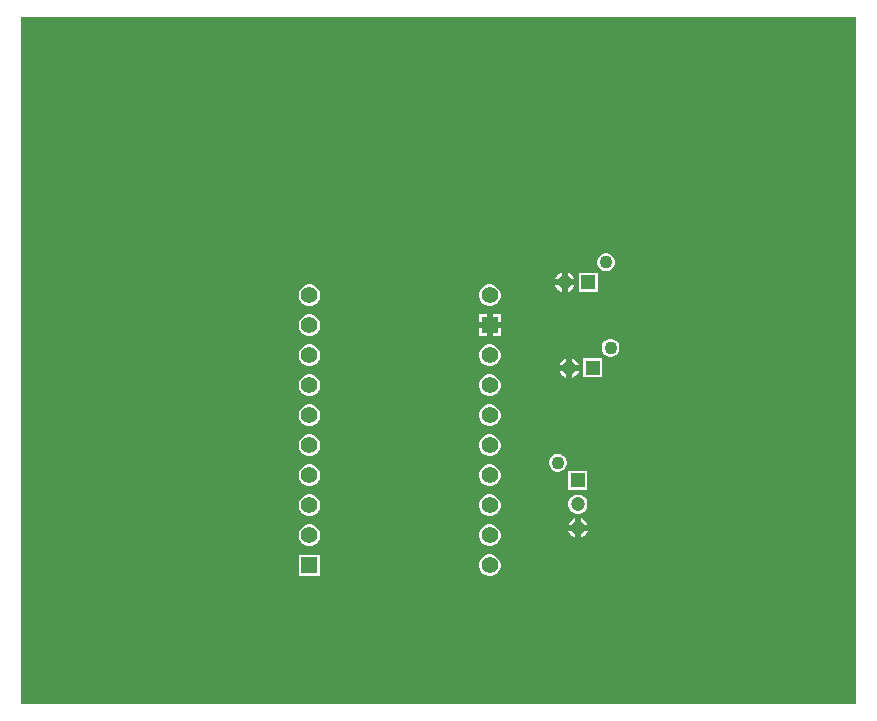
<source format=gbr>
%TF.GenerationSoftware,Altium Limited,Altium Designer,23.1.1 (15)*%
G04 Layer_Physical_Order=2*
G04 Layer_Color=16711680*
%FSLAX45Y45*%
%MOMM*%
%TF.SameCoordinates,4E948076-F00C-46A4-8CE1-B66C86AC089E*%
%TF.FilePolarity,Positive*%
%TF.FileFunction,Copper,L2,Bot,Signal*%
%TF.Part,Single*%
G01*
G75*
%TA.AperFunction,ViaPad*%
%ADD13C,2.54000*%
%TA.AperFunction,ComponentPad*%
%ADD14C,1.20000*%
%ADD15R,1.20000X1.20000*%
%ADD16C,1.10000*%
%ADD17C,1.42240*%
%ADD18R,1.37160X1.37160*%
%ADD19R,1.20000X1.20000*%
%TA.AperFunction,ViaPad*%
%ADD20C,1.00000*%
G36*
X7091609Y20391D02*
X20391D01*
Y5834309D01*
X7091609D01*
Y20391D01*
D02*
G37*
%LPC*%
G36*
X4984318Y3833621D02*
X4964486D01*
X4945330Y3828488D01*
X4928154Y3818572D01*
X4914131Y3804548D01*
X4904215Y3787373D01*
X4899082Y3768217D01*
Y3748385D01*
X4904215Y3729229D01*
X4914131Y3712053D01*
X4928154Y3698030D01*
X4945330Y3688114D01*
X4964486Y3682981D01*
X4984318D01*
X5003474Y3688114D01*
X5020650Y3698030D01*
X5034673Y3712053D01*
X5044589Y3729229D01*
X5049722Y3748385D01*
Y3768217D01*
X5044589Y3787373D01*
X5034673Y3804548D01*
X5020650Y3818572D01*
X5003474Y3828488D01*
X4984318Y3833621D01*
D02*
G37*
G36*
X4649800Y3669905D02*
Y3613699D01*
X4706007D01*
X4703980Y3621262D01*
X4692737Y3640735D01*
X4676837Y3656636D01*
X4657363Y3667879D01*
X4649800Y3669905D01*
D02*
G37*
G36*
X4599000D02*
X4591437Y3667879D01*
X4571963Y3656636D01*
X4556063Y3640735D01*
X4544820Y3621262D01*
X4542794Y3613699D01*
X4599000D01*
Y3669905D01*
D02*
G37*
G36*
X4904720Y3668619D02*
X4744080D01*
Y3507979D01*
X4904720D01*
Y3668619D01*
D02*
G37*
G36*
X4706007Y3562899D02*
X4649800D01*
Y3506692D01*
X4657363Y3508719D01*
X4676837Y3519962D01*
X4692737Y3535862D01*
X4703980Y3555336D01*
X4706007Y3562899D01*
D02*
G37*
G36*
X4599000D02*
X4542794D01*
X4544820Y3555336D01*
X4556063Y3535862D01*
X4571963Y3519962D01*
X4591437Y3508719D01*
X4599000Y3506692D01*
Y3562899D01*
D02*
G37*
G36*
X4002378Y3571240D02*
X3978302D01*
X3955045Y3565008D01*
X3934195Y3552970D01*
X3917170Y3535945D01*
X3905132Y3515095D01*
X3898900Y3491838D01*
Y3467762D01*
X3905132Y3444505D01*
X3917170Y3423655D01*
X3934195Y3406630D01*
X3955045Y3394592D01*
X3978302Y3388360D01*
X4002378D01*
X4025635Y3394592D01*
X4046485Y3406630D01*
X4063510Y3423655D01*
X4075548Y3444505D01*
X4081780Y3467762D01*
Y3491838D01*
X4075548Y3515095D01*
X4063510Y3535945D01*
X4046485Y3552970D01*
X4025635Y3565008D01*
X4002378Y3571240D01*
D02*
G37*
G36*
X2475838D02*
X2451762D01*
X2428505Y3565008D01*
X2407655Y3552970D01*
X2390630Y3535945D01*
X2378592Y3515095D01*
X2372360Y3491838D01*
Y3467762D01*
X2378592Y3444505D01*
X2390630Y3423655D01*
X2407655Y3406630D01*
X2428505Y3394592D01*
X2451762Y3388360D01*
X2475838D01*
X2499095Y3394592D01*
X2519945Y3406630D01*
X2536970Y3423655D01*
X2549008Y3444505D01*
X2555240Y3467762D01*
Y3491838D01*
X2549008Y3515095D01*
X2536970Y3535945D01*
X2519945Y3552970D01*
X2499095Y3565008D01*
X2475838Y3571240D01*
D02*
G37*
G36*
X4084320Y3319780D02*
X4015740D01*
Y3251200D01*
X4084320D01*
Y3319780D01*
D02*
G37*
G36*
X3964940D02*
X3896360D01*
Y3251200D01*
X3964940D01*
Y3319780D01*
D02*
G37*
G36*
X2475838Y3317240D02*
X2451762D01*
X2428505Y3311008D01*
X2407655Y3298970D01*
X2390630Y3281945D01*
X2378592Y3261095D01*
X2372360Y3237838D01*
Y3213762D01*
X2378592Y3190505D01*
X2390630Y3169655D01*
X2407655Y3152630D01*
X2428505Y3140592D01*
X2451762Y3134360D01*
X2475838D01*
X2499095Y3140592D01*
X2519945Y3152630D01*
X2536970Y3169655D01*
X2549008Y3190505D01*
X2555240Y3213762D01*
Y3237838D01*
X2549008Y3261095D01*
X2536970Y3281945D01*
X2519945Y3298970D01*
X2499095Y3311008D01*
X2475838Y3317240D01*
D02*
G37*
G36*
X4084320Y3200400D02*
X4015740D01*
Y3131820D01*
X4084320D01*
Y3200400D01*
D02*
G37*
G36*
X3964940D02*
X3896360D01*
Y3131820D01*
X3964940D01*
Y3200400D01*
D02*
G37*
G36*
X5022418Y3109721D02*
X5002586D01*
X4983430Y3104588D01*
X4966254Y3094672D01*
X4952231Y3080648D01*
X4942315Y3063473D01*
X4937182Y3044317D01*
Y3024485D01*
X4942315Y3005329D01*
X4952231Y2988153D01*
X4966254Y2974130D01*
X4983430Y2964214D01*
X5002586Y2959081D01*
X5022418D01*
X5041574Y2964214D01*
X5058750Y2974130D01*
X5072773Y2988153D01*
X5082689Y3005329D01*
X5087822Y3024485D01*
Y3044317D01*
X5082689Y3063473D01*
X5072773Y3080648D01*
X5058750Y3094672D01*
X5041574Y3104588D01*
X5022418Y3109721D01*
D02*
G37*
G36*
X4687900Y2946005D02*
Y2889799D01*
X4744107D01*
X4742080Y2897362D01*
X4730837Y2916835D01*
X4714937Y2932736D01*
X4695463Y2943979D01*
X4687900Y2946005D01*
D02*
G37*
G36*
X4637100D02*
X4629537Y2943979D01*
X4610063Y2932736D01*
X4594163Y2916835D01*
X4582920Y2897362D01*
X4580894Y2889799D01*
X4637100D01*
Y2946005D01*
D02*
G37*
G36*
X4002378Y3063240D02*
X3978302D01*
X3955045Y3057008D01*
X3934195Y3044970D01*
X3917170Y3027945D01*
X3905132Y3007095D01*
X3898900Y2983838D01*
Y2959762D01*
X3905132Y2936505D01*
X3917170Y2915655D01*
X3934195Y2898630D01*
X3955045Y2886592D01*
X3978302Y2880360D01*
X4002378D01*
X4025635Y2886592D01*
X4046485Y2898630D01*
X4063510Y2915655D01*
X4075548Y2936505D01*
X4081780Y2959762D01*
Y2983838D01*
X4075548Y3007095D01*
X4063510Y3027945D01*
X4046485Y3044970D01*
X4025635Y3057008D01*
X4002378Y3063240D01*
D02*
G37*
G36*
X2475838D02*
X2451762D01*
X2428505Y3057008D01*
X2407655Y3044970D01*
X2390630Y3027945D01*
X2378592Y3007095D01*
X2372360Y2983838D01*
Y2959762D01*
X2378592Y2936505D01*
X2390630Y2915655D01*
X2407655Y2898630D01*
X2428505Y2886592D01*
X2451762Y2880360D01*
X2475838D01*
X2499095Y2886592D01*
X2519945Y2898630D01*
X2536970Y2915655D01*
X2549008Y2936505D01*
X2555240Y2959762D01*
Y2983838D01*
X2549008Y3007095D01*
X2536970Y3027945D01*
X2519945Y3044970D01*
X2499095Y3057008D01*
X2475838Y3063240D01*
D02*
G37*
G36*
X4942820Y2944719D02*
X4782180D01*
Y2784079D01*
X4942820D01*
Y2944719D01*
D02*
G37*
G36*
X4744107Y2838999D02*
X4687900D01*
Y2782792D01*
X4695463Y2784819D01*
X4714937Y2796062D01*
X4730837Y2811962D01*
X4742080Y2831436D01*
X4744107Y2838999D01*
D02*
G37*
G36*
X4637100D02*
X4580894D01*
X4582920Y2831436D01*
X4594163Y2811962D01*
X4610063Y2796062D01*
X4629537Y2784819D01*
X4637100Y2782792D01*
Y2838999D01*
D02*
G37*
G36*
X4002378Y2809240D02*
X3978302D01*
X3955045Y2803008D01*
X3934195Y2790970D01*
X3917170Y2773945D01*
X3905132Y2753095D01*
X3898900Y2729838D01*
Y2705762D01*
X3905132Y2682505D01*
X3917170Y2661655D01*
X3934195Y2644630D01*
X3955045Y2632592D01*
X3978302Y2626360D01*
X4002378D01*
X4025635Y2632592D01*
X4046485Y2644630D01*
X4063510Y2661655D01*
X4075548Y2682505D01*
X4081780Y2705762D01*
Y2729838D01*
X4075548Y2753095D01*
X4063510Y2773945D01*
X4046485Y2790970D01*
X4025635Y2803008D01*
X4002378Y2809240D01*
D02*
G37*
G36*
X2475838D02*
X2451762D01*
X2428505Y2803008D01*
X2407655Y2790970D01*
X2390630Y2773945D01*
X2378592Y2753095D01*
X2372360Y2729838D01*
Y2705762D01*
X2378592Y2682505D01*
X2390630Y2661655D01*
X2407655Y2644630D01*
X2428505Y2632592D01*
X2451762Y2626360D01*
X2475838D01*
X2499095Y2632592D01*
X2519945Y2644630D01*
X2536970Y2661655D01*
X2549008Y2682505D01*
X2555240Y2705762D01*
Y2729838D01*
X2549008Y2753095D01*
X2536970Y2773945D01*
X2519945Y2790970D01*
X2499095Y2803008D01*
X2475838Y2809240D01*
D02*
G37*
G36*
X4002378Y2555240D02*
X3978302D01*
X3955045Y2549008D01*
X3934195Y2536970D01*
X3917170Y2519945D01*
X3905132Y2499095D01*
X3898900Y2475838D01*
Y2451762D01*
X3905132Y2428505D01*
X3917170Y2407655D01*
X3934195Y2390630D01*
X3955045Y2378592D01*
X3978302Y2372360D01*
X4002378D01*
X4025635Y2378592D01*
X4046485Y2390630D01*
X4063510Y2407655D01*
X4075548Y2428505D01*
X4081780Y2451762D01*
Y2475838D01*
X4075548Y2499095D01*
X4063510Y2519945D01*
X4046485Y2536970D01*
X4025635Y2549008D01*
X4002378Y2555240D01*
D02*
G37*
G36*
X2475838D02*
X2451762D01*
X2428505Y2549008D01*
X2407655Y2536970D01*
X2390630Y2519945D01*
X2378592Y2499095D01*
X2372360Y2475838D01*
Y2451762D01*
X2378592Y2428505D01*
X2390630Y2407655D01*
X2407655Y2390630D01*
X2428505Y2378592D01*
X2451762Y2372360D01*
X2475838D01*
X2499095Y2378592D01*
X2519945Y2390630D01*
X2536970Y2407655D01*
X2549008Y2428505D01*
X2555240Y2451762D01*
Y2475838D01*
X2549008Y2499095D01*
X2536970Y2519945D01*
X2519945Y2536970D01*
X2499095Y2549008D01*
X2475838Y2555240D01*
D02*
G37*
G36*
X4002378Y2301240D02*
X3978302D01*
X3955045Y2295008D01*
X3934195Y2282970D01*
X3917170Y2265945D01*
X3905132Y2245095D01*
X3898900Y2221838D01*
Y2197762D01*
X3905132Y2174505D01*
X3917170Y2153655D01*
X3934195Y2136630D01*
X3955045Y2124592D01*
X3978302Y2118360D01*
X4002378D01*
X4025635Y2124592D01*
X4046485Y2136630D01*
X4063510Y2153655D01*
X4075548Y2174505D01*
X4081780Y2197762D01*
Y2221838D01*
X4075548Y2245095D01*
X4063510Y2265945D01*
X4046485Y2282970D01*
X4025635Y2295008D01*
X4002378Y2301240D01*
D02*
G37*
G36*
X2475838D02*
X2451762D01*
X2428505Y2295008D01*
X2407655Y2282970D01*
X2390630Y2265945D01*
X2378592Y2245095D01*
X2372360Y2221838D01*
Y2197762D01*
X2378592Y2174505D01*
X2390630Y2153655D01*
X2407655Y2136630D01*
X2428505Y2124592D01*
X2451762Y2118360D01*
X2475838D01*
X2499095Y2124592D01*
X2519945Y2136630D01*
X2536970Y2153655D01*
X2549008Y2174505D01*
X2555240Y2197762D01*
Y2221838D01*
X2549008Y2245095D01*
X2536970Y2265945D01*
X2519945Y2282970D01*
X2499095Y2295008D01*
X2475838Y2301240D01*
D02*
G37*
G36*
X4577014Y2136621D02*
X4557182D01*
X4538025Y2131488D01*
X4520850Y2121572D01*
X4506827Y2107549D01*
X4496911Y2090374D01*
X4491778Y2071218D01*
Y2051385D01*
X4496911Y2032229D01*
X4506827Y2015054D01*
X4520850Y2001031D01*
X4538025Y1991114D01*
X4557182Y1985982D01*
X4577014D01*
X4596170Y1991114D01*
X4613345Y2001031D01*
X4627369Y2015054D01*
X4637285Y2032229D01*
X4642418Y2051385D01*
Y2071218D01*
X4637285Y2090374D01*
X4627369Y2107549D01*
X4613345Y2121572D01*
X4596170Y2131488D01*
X4577014Y2136621D01*
D02*
G37*
G36*
X4002378Y2047240D02*
X3978302D01*
X3955045Y2041008D01*
X3934195Y2028970D01*
X3917170Y2011945D01*
X3905132Y1991095D01*
X3898900Y1967838D01*
Y1943762D01*
X3905132Y1920505D01*
X3917170Y1899655D01*
X3934195Y1882630D01*
X3955045Y1870592D01*
X3978302Y1864360D01*
X4002378D01*
X4025635Y1870592D01*
X4046485Y1882630D01*
X4063510Y1899655D01*
X4075548Y1920505D01*
X4081780Y1943762D01*
Y1967838D01*
X4075548Y1991095D01*
X4063510Y2011945D01*
X4046485Y2028970D01*
X4025635Y2041008D01*
X4002378Y2047240D01*
D02*
G37*
G36*
X2475838D02*
X2451762D01*
X2428505Y2041008D01*
X2407655Y2028970D01*
X2390630Y2011945D01*
X2378592Y1991095D01*
X2372360Y1967838D01*
Y1943762D01*
X2378592Y1920505D01*
X2390630Y1899655D01*
X2407655Y1882630D01*
X2428505Y1870592D01*
X2451762Y1864360D01*
X2475838D01*
X2499095Y1870592D01*
X2519945Y1882630D01*
X2536970Y1899655D01*
X2549008Y1920505D01*
X2555240Y1943762D01*
Y1967838D01*
X2549008Y1991095D01*
X2536970Y2011945D01*
X2519945Y2028970D01*
X2499095Y2041008D01*
X2475838Y2047240D01*
D02*
G37*
G36*
X4817420Y1991619D02*
X4656780D01*
Y1830979D01*
X4817420D01*
Y1991619D01*
D02*
G37*
G36*
X4747674Y1791619D02*
X4726526D01*
X4706098Y1786146D01*
X4687782Y1775572D01*
X4672828Y1760617D01*
X4662254Y1742302D01*
X4656780Y1721874D01*
Y1700725D01*
X4662254Y1680297D01*
X4672828Y1661982D01*
X4687782Y1647028D01*
X4706098Y1636453D01*
X4726526Y1630980D01*
X4747674D01*
X4768102Y1636453D01*
X4786418Y1647028D01*
X4801372Y1661982D01*
X4811946Y1680297D01*
X4817420Y1700725D01*
Y1721874D01*
X4811946Y1742302D01*
X4801372Y1760617D01*
X4786418Y1775572D01*
X4768102Y1786146D01*
X4747674Y1791619D01*
D02*
G37*
G36*
X4002378Y1793240D02*
X3978302D01*
X3955045Y1787008D01*
X3934195Y1774970D01*
X3917170Y1757945D01*
X3905132Y1737095D01*
X3898900Y1713838D01*
Y1689762D01*
X3905132Y1666505D01*
X3917170Y1645655D01*
X3934195Y1628630D01*
X3955045Y1616592D01*
X3978302Y1610360D01*
X4002378D01*
X4025635Y1616592D01*
X4046485Y1628630D01*
X4063510Y1645655D01*
X4075548Y1666505D01*
X4081780Y1689762D01*
Y1713838D01*
X4075548Y1737095D01*
X4063510Y1757945D01*
X4046485Y1774970D01*
X4025635Y1787008D01*
X4002378Y1793240D01*
D02*
G37*
G36*
X2475838D02*
X2451762D01*
X2428505Y1787008D01*
X2407655Y1774970D01*
X2390630Y1757945D01*
X2378592Y1737095D01*
X2372360Y1713838D01*
Y1689762D01*
X2378592Y1666505D01*
X2390630Y1645655D01*
X2407655Y1628630D01*
X2428505Y1616592D01*
X2451762Y1610360D01*
X2475838D01*
X2499095Y1616592D01*
X2519945Y1628630D01*
X2536970Y1645655D01*
X2549008Y1666505D01*
X2555240Y1689762D01*
Y1713838D01*
X2549008Y1737095D01*
X2536970Y1757945D01*
X2519945Y1774970D01*
X2499095Y1787008D01*
X2475838Y1793240D01*
D02*
G37*
G36*
X4762500Y1592907D02*
Y1536700D01*
X4818706D01*
X4816680Y1544263D01*
X4805437Y1563737D01*
X4789537Y1579637D01*
X4770063Y1590880D01*
X4762500Y1592907D01*
D02*
G37*
G36*
X4711700Y1592906D02*
X4704137Y1590880D01*
X4684663Y1579637D01*
X4668763Y1563737D01*
X4657520Y1544263D01*
X4655493Y1536700D01*
X4711700D01*
Y1592906D01*
D02*
G37*
G36*
X4818707Y1485900D02*
X4762500D01*
Y1429694D01*
X4770063Y1431720D01*
X4789537Y1442963D01*
X4805437Y1458863D01*
X4816680Y1478337D01*
X4818707Y1485900D01*
D02*
G37*
G36*
X4711700D02*
X4655494D01*
X4657520Y1478337D01*
X4668763Y1458863D01*
X4684663Y1442963D01*
X4704137Y1431720D01*
X4711700Y1429693D01*
Y1485900D01*
D02*
G37*
G36*
X4002378Y1539240D02*
X3978302D01*
X3955045Y1533008D01*
X3934195Y1520970D01*
X3917170Y1503945D01*
X3905132Y1483095D01*
X3898900Y1459838D01*
Y1435762D01*
X3905132Y1412505D01*
X3917170Y1391655D01*
X3934195Y1374630D01*
X3955045Y1362592D01*
X3978302Y1356360D01*
X4002378D01*
X4025635Y1362592D01*
X4046485Y1374630D01*
X4063510Y1391655D01*
X4075548Y1412505D01*
X4081780Y1435762D01*
Y1459838D01*
X4075548Y1483095D01*
X4063510Y1503945D01*
X4046485Y1520970D01*
X4025635Y1533008D01*
X4002378Y1539240D01*
D02*
G37*
G36*
X2475838D02*
X2451762D01*
X2428505Y1533008D01*
X2407655Y1520970D01*
X2390630Y1503945D01*
X2378592Y1483095D01*
X2372360Y1459838D01*
Y1435762D01*
X2378592Y1412505D01*
X2390630Y1391655D01*
X2407655Y1374630D01*
X2428505Y1362592D01*
X2451762Y1356360D01*
X2475838D01*
X2499095Y1362592D01*
X2519945Y1374630D01*
X2536970Y1391655D01*
X2549008Y1412505D01*
X2555240Y1435762D01*
Y1459838D01*
X2549008Y1483095D01*
X2536970Y1503945D01*
X2519945Y1520970D01*
X2499095Y1533008D01*
X2475838Y1539240D01*
D02*
G37*
G36*
X2552700Y1282700D02*
X2374900D01*
Y1104900D01*
X2552700D01*
Y1282700D01*
D02*
G37*
G36*
X4002378Y1285240D02*
X3978302D01*
X3955045Y1279008D01*
X3934195Y1266970D01*
X3917170Y1249945D01*
X3905132Y1229095D01*
X3898900Y1205838D01*
Y1181762D01*
X3905132Y1158505D01*
X3917170Y1137655D01*
X3934195Y1120630D01*
X3955045Y1108592D01*
X3978302Y1102360D01*
X4002378D01*
X4025635Y1108592D01*
X4046485Y1120630D01*
X4063510Y1137655D01*
X4075548Y1158505D01*
X4081780Y1181762D01*
Y1205838D01*
X4075548Y1229095D01*
X4063510Y1249945D01*
X4046485Y1266970D01*
X4025635Y1279008D01*
X4002378Y1285240D01*
D02*
G37*
%LPD*%
D13*
X1282700Y1117600D02*
D03*
X6070600Y1485900D02*
D03*
X6705600Y5473700D02*
D03*
X482600Y5435600D02*
D03*
D14*
X4662500Y2864399D02*
D03*
X4624400Y3588299D02*
D03*
X4737100Y1511300D02*
D03*
Y1711300D02*
D03*
D15*
X4862500Y2864399D02*
D03*
X4824400Y3588299D02*
D03*
D16*
X5012502Y3034401D02*
D03*
X4974402Y3758301D02*
D03*
X4567098Y2061301D02*
D03*
D17*
X3990340Y3479800D02*
D03*
Y2971800D02*
D03*
Y2717800D02*
D03*
Y2463800D02*
D03*
Y2209800D02*
D03*
Y1955800D02*
D03*
Y1701800D02*
D03*
Y1447800D02*
D03*
Y1193800D02*
D03*
X2463800Y3479800D02*
D03*
Y3225800D02*
D03*
Y2971800D02*
D03*
Y2717800D02*
D03*
Y2463800D02*
D03*
Y2209800D02*
D03*
Y1955800D02*
D03*
Y1701800D02*
D03*
Y1447800D02*
D03*
D18*
X3990340Y3225800D02*
D03*
X2463800Y1193800D02*
D03*
D19*
X4737100Y1911299D02*
D03*
D20*
X2997200Y5321300D02*
D03*
X6007100Y1003300D02*
D03*
X177800Y1104900D02*
D03*
%TF.MD5,8882e37eeaebd3d2dd9364f10f451409*%
M02*

</source>
